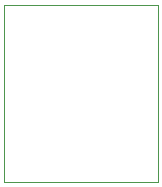
<source format=gbr>
%TF.GenerationSoftware,KiCad,Pcbnew,7.0.2*%
%TF.CreationDate,2024-01-21T01:29:37-05:00*%
%TF.ProjectId,jtag-adapter,6a746167-2d61-4646-9170-7465722e6b69,rev?*%
%TF.SameCoordinates,Original*%
%TF.FileFunction,Profile,NP*%
%FSLAX46Y46*%
G04 Gerber Fmt 4.6, Leading zero omitted, Abs format (unit mm)*
G04 Created by KiCad (PCBNEW 7.0.2) date 2024-01-21 01:29:37*
%MOMM*%
%LPD*%
G01*
G04 APERTURE LIST*
%TA.AperFunction,Profile*%
%ADD10C,0.100000*%
%TD*%
G04 APERTURE END LIST*
D10*
X83000000Y-64500000D02*
X96000000Y-64500000D01*
X96000000Y-79500000D01*
X83000000Y-79500000D01*
X83000000Y-64500000D01*
M02*

</source>
